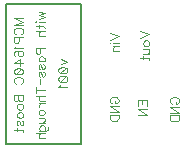
<source format=gbr>
G04 DipTrace 3.0.0.2*
G04 BottomSilk.gbr*
%MOIN*%
G04 #@! TF.FileFunction,Legend,Bot*
G04 #@! TF.Part,Single*
%ADD16C,0.007874*%
%ADD39C,0.004632*%
%FSLAX26Y26*%
G04*
G70*
G90*
G75*
G01*
G04 BotSilk*
%LPD*%
X408583Y879055D2*
D16*
X659764D1*
Y412126D1*
X408583D1*
Y879055D1*
X756530Y783100D2*
D39*
X786674Y771626D1*
X756530Y760152D1*
Y750889D2*
X757956Y749463D1*
X756530Y748004D1*
X755070Y749463D1*
X756530Y750889D1*
X766578Y749463D2*
X786674D1*
X766578Y738740D2*
X786674D1*
X772315D2*
X768004Y734429D1*
X766578Y731544D1*
Y727266D1*
X768004Y724381D1*
X772315Y722955D1*
X786674D1*
X857317Y790489D2*
X887461Y779015D1*
X857317Y767541D1*
X867365Y751114D2*
X868791Y753966D1*
X871676Y756851D1*
X875987Y758277D1*
X878839D1*
X883150Y756851D1*
X886002Y753966D1*
X887461Y751114D1*
Y746803D1*
X886002Y743918D1*
X883150Y741066D1*
X878839Y739607D1*
X875987D1*
X871676Y741066D1*
X868791Y743918D1*
X867365Y746803D1*
Y751114D1*
Y730344D2*
X881724D1*
X886002Y728918D1*
X887461Y726033D1*
Y721722D1*
X886002Y718870D1*
X881724Y714559D1*
X867365D2*
X887461D1*
X857317Y700984D2*
X881724D1*
X886002Y699558D1*
X887461Y696673D1*
Y693821D1*
X867365Y705295D2*
Y695247D1*
X762905Y548210D2*
X760053Y549636D1*
X757168Y552521D1*
X755742Y555372D1*
Y561109D1*
X757168Y563995D1*
X760053Y566846D1*
X762905Y568306D1*
X767216Y569732D1*
X774412Y569731D1*
X778690Y568306D1*
X781575Y566846D1*
X784427Y563995D1*
X785886Y561109D1*
Y555372D1*
X784427Y552521D1*
X781575Y549635D1*
X778690Y548210D1*
X774412D1*
Y555372D1*
X755742Y518850D2*
X785886D1*
X755742Y538946D1*
X785886D1*
X755742Y509587D2*
X785886Y509586D1*
Y499539D1*
X784427Y495228D1*
X781575Y492342D1*
X778690Y490917D1*
X774412Y489491D1*
X767216D1*
X762905Y490917D1*
X760053Y492342D1*
X757168Y495228D1*
X755742Y499539D1*
Y509587D1*
X963693Y547028D2*
X960841Y548454D1*
X957956Y551339D1*
X956530Y554191D1*
Y559928D1*
X957956Y562813D1*
X960841Y565665D1*
X963693Y567124D1*
X968004Y568550D1*
X975200D1*
X979477Y567124D1*
X982363Y565665D1*
X985214Y562813D1*
X986674Y559928D1*
Y554191D1*
X985214Y551339D1*
X982363Y548454D1*
X979477Y547028D1*
X975200D1*
Y554191D1*
X956530Y517669D2*
X986674D1*
X956530Y537765D1*
X986674D1*
X956530Y508405D2*
X986674D1*
Y498357D1*
X985214Y494046D1*
X982363Y491161D1*
X979477Y489735D1*
X975200Y488309D1*
X968004D1*
X963692Y489735D1*
X960841Y491161D1*
X957956Y494046D1*
X956530Y498357D1*
Y508405D1*
X850624Y539716D2*
Y558353D1*
X880768D1*
Y539716D1*
X864983Y558353D2*
Y546879D1*
X850624Y510357D2*
X880768D1*
X850624Y530453D1*
X880768D1*
X466989Y809666D2*
X436845D1*
X466989Y821140D1*
X436845Y832614D1*
X466989D1*
X444007Y778881D2*
X441156Y780307D1*
X438270Y783192D1*
X436845Y786044D1*
Y791781D1*
X438270Y794666D1*
X441156Y797518D1*
X444007Y798977D1*
X448318Y800403D1*
X455515D1*
X459792Y798977D1*
X462677Y797518D1*
X465529Y794666D1*
X466989Y791781D1*
Y786044D1*
X465529Y783192D1*
X462677Y780307D1*
X459792Y778881D1*
X452629Y769617D2*
Y756684D1*
X451204Y752406D1*
X449744Y750947D1*
X446893Y749521D1*
X442581D1*
X439730Y750947D1*
X438270Y752406D1*
X436845Y756684D1*
Y769617D1*
X466989D1*
X442615Y740258D2*
X441156Y737373D1*
X436878Y733062D1*
X466989D1*
X441156Y706587D2*
X438304Y708013D1*
X436878Y712324D1*
Y715176D1*
X438304Y719487D1*
X442615Y722372D1*
X449778Y723798D1*
X456941D1*
X462677Y722372D1*
X465563Y719487D1*
X466989Y715176D1*
Y713750D1*
X465563Y709472D1*
X462677Y706587D1*
X458366Y705161D1*
X456941D1*
X452629Y706587D1*
X449778Y709472D1*
X448352Y713750D1*
Y715176D1*
X449778Y719487D1*
X452629Y722372D1*
X456941Y723798D1*
X466989Y681539D2*
X436878D1*
X456941Y695898D1*
Y674376D1*
X436878Y656490D2*
X438304Y660801D1*
X442615Y663686D1*
X449778Y665112D1*
X454089D1*
X461252Y663686D1*
X465563Y660801D1*
X466989Y656490D1*
Y653638D1*
X465563Y649327D1*
X461252Y646475D1*
X454089Y645016D1*
X449778D1*
X442615Y646475D1*
X438304Y649327D1*
X436878Y653638D1*
Y656490D1*
X442615Y646475D2*
X461252Y663686D1*
X444007Y614231D2*
X441156Y615657D1*
X438270Y618542D1*
X436845Y621394D1*
Y627131D1*
X438270Y630016D1*
X441156Y632868D1*
X444007Y634327D1*
X448318Y635753D1*
X455515D1*
X459792Y634327D1*
X462677Y632868D1*
X465529Y630016D1*
X466989Y627131D1*
Y621394D1*
X465529Y618542D1*
X462677Y615657D1*
X459792Y614231D1*
X436845Y575807D2*
X466989D1*
Y562874D1*
X465529Y558562D1*
X464103Y557137D1*
X461252Y555711D1*
X456941D1*
X454055Y557137D1*
X452630Y558562D1*
X451204Y562874D1*
X449744Y558562D1*
X448318Y557137D1*
X445467Y555711D1*
X442582D1*
X439730Y557137D1*
X438271Y558563D1*
X436845Y562874D1*
Y575807D1*
X451204D2*
Y562874D1*
X446893Y539284D2*
X448319Y542136D1*
X451204Y545021D1*
X455515Y546447D1*
X458366D1*
X462678Y545021D1*
X465529Y542136D1*
X466989Y539284D1*
Y534973D1*
X465529Y532088D1*
X462678Y529236D1*
X458366Y527777D1*
X455515D1*
X451204Y529236D1*
X448319Y532088D1*
X446893Y534973D1*
Y539284D1*
Y511351D2*
X448319Y514202D1*
X451204Y517088D1*
X455515Y518513D1*
X458366D1*
X462678Y517087D1*
X465529Y514202D1*
X466989Y511351D1*
Y507039D1*
X465529Y504154D1*
X462678Y501303D1*
X458367Y499843D1*
X455515D1*
X451204Y501303D1*
X448319Y504154D1*
X446893Y507040D1*
Y511351D1*
X451204Y474795D2*
X448319Y476221D1*
X446893Y480532D1*
Y484843D1*
X448319Y489154D1*
X451204Y490580D1*
X454056Y489154D1*
X455515Y486269D1*
X456941Y479106D1*
X458367Y476221D1*
X461252Y474795D1*
X462678D1*
X465529Y476221D1*
X466989Y480532D1*
Y484843D1*
X465529Y489154D1*
X462678Y490580D1*
X436845Y461220D2*
X461252D1*
X465529Y459794D1*
X466989Y456909D1*
Y454057D1*
X446893Y465531D2*
Y455483D1*
X594137Y695660D2*
X614233Y687038D1*
X594137Y678449D1*
X584122Y660563D2*
X585548Y664874D1*
X589859Y667759D1*
X597022Y669185D1*
X601333D1*
X608496Y667759D1*
X612807Y664874D1*
X614233Y660563D1*
Y657711D1*
X612807Y653400D1*
X608496Y650548D1*
X601333Y649089D1*
X597022D1*
X589859Y650548D1*
X585548Y653400D1*
X584122Y657711D1*
Y660563D1*
X589859Y650548D2*
X608496Y667759D1*
X584122Y631204D2*
X585548Y635515D1*
X589859Y638400D1*
X597022Y639826D1*
X601333D1*
X608496Y638400D1*
X612807Y635515D1*
X614233Y631204D1*
Y628352D1*
X612807Y624041D1*
X608496Y621189D1*
X601333Y619730D1*
X597022D1*
X589859Y621189D1*
X585548Y624041D1*
X584122Y628352D1*
Y631204D1*
X589859Y621189D2*
X608496Y638400D1*
X589859Y610466D2*
X588400Y607581D1*
X584122Y603270D1*
X614233D1*
X518940Y853906D2*
X539036Y848169D1*
X518940Y842432D1*
X539036Y836695D1*
X518940Y830958D1*
X508892Y821695D2*
X510318Y820269D1*
X508892Y818810D1*
X507433Y820269D1*
X508892Y821695D1*
X518940Y820269D2*
X539036D1*
X508892Y805235D2*
X533299D1*
X537577Y803809D1*
X539036Y800924D1*
Y798072D1*
X518940Y809546D2*
Y799498D1*
X508892Y788809D2*
X539036D1*
X524677D2*
X520366Y784498D1*
X518940Y781613D1*
Y777302D1*
X520366Y774450D1*
X524677Y773024D1*
X539036D1*
X524677Y734600D2*
Y721667D1*
X523251Y717389D1*
X521792Y715930D1*
X518940Y714504D1*
X514629D1*
X511777Y715930D1*
X510318Y717389D1*
X508892Y721667D1*
Y734600D1*
X539036D1*
X518940Y688029D2*
X539036D1*
X523251D2*
X520366Y690881D1*
X518940Y693766D1*
Y698044D1*
X520366Y700929D1*
X523251Y703781D1*
X527562Y705240D1*
X530414D1*
X534725Y703781D1*
X537577Y700929D1*
X539036Y698044D1*
Y693766D1*
X537577Y690881D1*
X534725Y688029D1*
X523251Y662981D2*
X520366Y664407D1*
X518940Y668718D1*
Y673029D1*
X520366Y677340D1*
X523251Y678766D1*
X526103Y677340D1*
X527562Y674455D1*
X528988Y667292D1*
X530414Y664407D1*
X533299Y662981D1*
X534725D1*
X537577Y664407D1*
X539036Y668718D1*
Y673029D1*
X537577Y677340D1*
X534725Y678766D1*
X523251Y637932D2*
X520366Y639358D1*
X518940Y643669D1*
Y647980D1*
X520366Y652291D1*
X523251Y653717D1*
X526103Y652291D1*
X527562Y649406D1*
X528988Y642243D1*
X530414Y639358D1*
X533299Y637932D1*
X534725D1*
X537577Y639358D1*
X539036Y643669D1*
Y647980D1*
X537577Y652291D1*
X534725Y653717D1*
X523980Y628669D2*
Y612088D1*
X508892Y592776D2*
X539036D1*
X508892Y602824D2*
Y582728D1*
Y573465D2*
X539036D1*
X524677D2*
X520366Y569154D1*
X518940Y566269D1*
Y561957D1*
X520366Y559106D1*
X524677Y557680D1*
X539036D1*
X518940Y548416D2*
X539036D1*
X527562D2*
X523251Y546957D1*
X520366Y544105D1*
X518940Y541220D1*
Y536909D1*
Y520482D2*
X520366Y523334D1*
X523251Y526219D1*
X527562Y527645D1*
X530414D1*
X534725Y526219D1*
X537577Y523334D1*
X539036Y520482D1*
Y516171D1*
X537577Y513286D1*
X534725Y510434D1*
X530414Y508975D1*
X527562D1*
X523251Y510434D1*
X520366Y513286D1*
X518940Y516171D1*
Y520482D1*
Y499712D2*
X533299D1*
X537577Y498286D1*
X539036Y495401D1*
Y491090D1*
X537577Y488238D1*
X533299Y483927D1*
X518940D2*
X539036D1*
X520366Y457452D2*
X543347D1*
X547625Y458878D1*
X549084Y460304D1*
X550510Y463189D1*
Y467500D1*
X549084Y470352D1*
X524677Y457452D2*
X521825Y460304D1*
X520366Y463189D1*
Y467500D1*
X521825Y470352D1*
X524677Y473237D1*
X528988Y474663D1*
X531873D1*
X536151Y473237D1*
X539036Y470352D1*
X540462Y467500D1*
Y463189D1*
X539036Y460304D1*
X536151Y457452D1*
X508892Y448189D2*
X539036D1*
X524677D2*
X520366Y443878D1*
X518940Y440993D1*
Y436682D1*
X520366Y433830D1*
X524677Y432404D1*
X539036D1*
M02*

</source>
